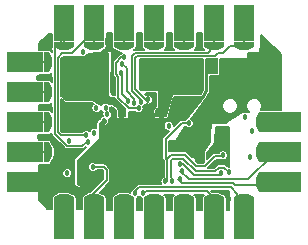
<source format=gbl>
G04 DipTrace 2.4.0.2*
%IN3dBBLEnotune.gbl*%
%MOMM*%
%ADD13C,0.203*%
%ADD14C,0.381*%
%ADD15C,0.457*%
%ADD18C,0.127*%
%ADD28R,1.7X1.6*%
%ADD30R,1.7X2.032*%
%ADD32R,1.6X1.7*%
%ADD33R,2.0X1.7*%
%ADD34R,1.7X2.0*%
%ADD35R,2.032X1.7*%
%ADD46C,0.711*%
%FSLAX53Y53*%
G04*
G71*
G90*
G75*
G01*
%LNBottom*%
%LPD*%
X20119Y20064D2*
D18*
X19260D1*
X18400Y20924D1*
Y22720D1*
X18164Y22956D1*
Y23935D1*
X18623Y24394D1*
X18893D1*
X18914Y24415D1*
X19762Y20529D2*
Y20883D1*
X19089Y21556D1*
Y23486D1*
X18709Y23866D1*
X11270Y13810D2*
D14*
X12433D1*
X15359Y19997D2*
Y19560D1*
X15198Y19399D1*
X14009D1*
X13730Y19677D1*
X14771Y23390D2*
Y23124D1*
X17070Y20826D1*
X17524D1*
X17650Y20700D1*
X17978D1*
X18634Y20043D1*
Y18640D1*
X18769Y18505D1*
X24544Y21691D2*
X22767D1*
X22445Y21369D1*
Y20235D1*
X22030Y19820D1*
Y18717D1*
X21817Y18505D1*
X14771Y23390D2*
X14434D1*
X13692Y22648D1*
X14771Y23390D2*
X17011D1*
X17217Y23185D1*
X15687Y17828D2*
D18*
X13519D1*
X13259Y18088D1*
Y24334D1*
X13664Y24739D1*
X14454D1*
X16225Y26510D1*
X16350D1*
D13*
Y25348D1*
X15792Y17236D2*
D18*
X15711D1*
X15345Y16870D1*
X14027D1*
X12997Y17901D1*
Y25211D1*
X14295Y26510D1*
X13810D1*
Y25348D1*
X11270Y23970D2*
X12433D1*
Y21430D2*
X11270D1*
X12433Y18890D2*
X11270D1*
X12433Y16350D2*
X11270D1*
X16244Y15119D2*
D13*
X17157D1*
X17427Y14849D1*
Y13986D1*
X16276Y12835D1*
Y12651D1*
X16350D1*
Y11270D1*
Y12433D2*
Y11270D1*
X18890Y12433D2*
Y11270D1*
Y10000D1*
X21430Y12433D2*
Y11270D1*
Y10000D1*
X29050Y12433D2*
Y11270D1*
Y10000D1*
X19820Y12890D2*
Y13046D1*
X20166Y13391D1*
X27926D1*
X28485Y12833D1*
Y11835D1*
X29050Y11270D1*
X26510Y12433D2*
Y11270D1*
Y10000D1*
X20487Y12888D2*
X20575D1*
X20744Y13057D1*
X25886D1*
X26510Y12433D1*
X23970D2*
Y11270D1*
Y10000D1*
X23581Y14123D2*
X23454D1*
X23823Y13755D1*
X28070D1*
X28281Y13544D1*
X31324D1*
X31590Y13810D1*
X30425D1*
X23772Y14795D2*
X23649D1*
X24355Y14089D1*
X29411D1*
X31450Y16128D1*
Y16210D1*
X31590Y16350D1*
X30428D1*
X23622Y15361D2*
X23853D1*
X24784Y14429D1*
X27040D1*
X27157Y14546D1*
X27103Y14601D1*
X31590Y18890D2*
X30428D1*
X29050Y26510D2*
D18*
Y25348D1*
X20921Y20831D2*
Y20646D1*
X19835Y21733D1*
Y24371D1*
X19989Y24524D1*
X26589D1*
X26843Y24778D1*
X27296D1*
X27866Y25348D1*
X29050D1*
X26510Y26510D2*
Y25348D1*
X20338Y20634D2*
Y20782D1*
X19562Y21557D1*
Y24546D1*
X19804Y24787D1*
X25950D1*
X26510Y25348D1*
X23970Y26510D2*
D13*
Y25348D1*
X21430Y26510D2*
D18*
Y25348D1*
X18890Y26510D2*
Y25348D1*
X19190Y20736D2*
Y20777D1*
X18665Y21302D1*
Y23058D1*
X18629Y23094D1*
X22375Y13900D2*
D13*
X22524D1*
Y15828D1*
X22424D1*
Y17484D1*
X23759Y18820D1*
X24362D1*
X22524Y15828D2*
X22850Y16154D1*
X24027D1*
X25004Y15177D1*
X25718D1*
X26554Y16014D1*
X27252D1*
Y16109D1*
X22982Y13933D2*
Y14113D1*
X22856Y14239D1*
Y15689D1*
X22986Y15819D1*
X23875D1*
X24934Y14761D1*
X26616D1*
X26921Y15066D1*
X27341D1*
X27728Y14680D1*
X13810Y12433D2*
D14*
Y11270D1*
Y10000D1*
X15024Y13793D2*
Y15610D1*
X16902Y17488D1*
Y18727D1*
X17199Y19024D1*
D15*
X13692Y22648D3*
X17217Y23185D3*
X18629Y23094D3*
X18709Y23866D3*
X18914Y24415D3*
X20174Y26031D3*
X23622Y15361D3*
X23772Y14795D3*
X23581Y14123D3*
X22375Y13900D3*
X22982Y13933D3*
X20487Y12888D3*
X12281Y12524D3*
X26426Y15222D3*
X25205Y25708D3*
X16244Y15119D3*
X14069Y14590D3*
X17199Y19024D3*
X15687Y17828D3*
X15792Y17236D3*
X14206Y17338D3*
X22649Y18597D3*
X24362Y18820D3*
X27252Y16109D3*
X27728Y14680D3*
X29704Y18168D3*
X27103Y14601D3*
X29569Y15986D3*
X29109Y19336D3*
X15024Y13793D3*
X19190Y20736D3*
X19762Y20529D3*
X25352Y16635D3*
X20921Y20831D3*
X20338Y20634D3*
X20119Y20064D3*
X24588Y17800D3*
X27330Y23846D3*
X22709Y25980D3*
X17908Y21790D3*
X27203Y19017D3*
X19820Y12890D3*
X26792Y19558D3*
X30687Y20696D3*
X26526Y22126D3*
X25412Y19889D3*
X31962Y20398D3*
X28454Y21151D3*
X28763Y20178D3*
X31027Y25464D3*
X17250Y13156D3*
X12463Y25513D3*
X15386Y24820D3*
X17665Y26046D3*
X22760Y12595D3*
X24544Y21691D3*
X21402Y23839D3*
X26717Y17154D3*
X27778Y12398D3*
X27612Y22511D3*
X26505Y23797D3*
X24117Y20717D3*
X11636Y22638D3*
X11679Y17664D3*
X17638Y11674D3*
X20144D3*
X25234Y12216D3*
X16353Y18004D3*
X17460Y19558D3*
X17312Y20127D3*
X16543Y20114D3*
X13730Y19677D3*
X14771Y23390D3*
X12454Y26309D2*
D18*
X12752D1*
X17407D2*
X17832D1*
X19947D2*
X20372D1*
X22487D2*
X22912D1*
X25027D2*
X25452D1*
X12321Y26185D2*
X12752D1*
X17407D2*
X17832D1*
X19947D2*
X20372D1*
X22487D2*
X22912D1*
X25027D2*
X25452D1*
X12186Y26062D2*
X12752D1*
X17407D2*
X17832D1*
X19947D2*
X20372D1*
X22487D2*
X22912D1*
X25027D2*
X25452D1*
X12051Y25938D2*
X12752D1*
X17407D2*
X17832D1*
X19947D2*
X20372D1*
X22487D2*
X22912D1*
X25027D2*
X25452D1*
X11916Y25814D2*
X12752D1*
X17407D2*
X17832D1*
X19947D2*
X20372D1*
X22487D2*
X22912D1*
X25027D2*
X25452D1*
X11783Y25691D2*
X12752D1*
X17407D2*
X17832D1*
X19947D2*
X20372D1*
X22487D2*
X22912D1*
X25027D2*
X25452D1*
X11656Y25567D2*
X12752D1*
X17407D2*
X17832D1*
X19947D2*
X20372D1*
X22487D2*
X22912D1*
X25027D2*
X25452D1*
X11656Y25443D2*
X12752D1*
X17407D2*
X17832D1*
X19947D2*
X20372D1*
X22487D2*
X22912D1*
X25027D2*
X25452D1*
X11656Y25320D2*
X12748D1*
X17407D2*
X17832D1*
X19947D2*
X20372D1*
X22487D2*
X22912D1*
X25027D2*
X25452D1*
X11656Y25196D2*
X12724D1*
X17401D2*
X17840D1*
X19941D2*
X20380D1*
X22481D2*
X22920D1*
X25021D2*
X25460D1*
X11656Y25072D2*
X12724D1*
X17294D2*
X17945D1*
X19834D2*
X20485D1*
X22374D2*
X23025D1*
X24914D2*
X25565D1*
X17054Y24949D2*
X18187D1*
X17844Y24825D2*
X18428D1*
X17842Y24701D2*
X18588D1*
X17840Y24578D2*
X18428D1*
X17840Y24454D2*
X18305D1*
X17838Y24330D2*
X18181D1*
X17836Y24207D2*
X18056D1*
X25815D2*
X26720D1*
X17834Y24083D2*
X17939D1*
X25815D2*
X26718D1*
X25815Y23959D2*
X26718D1*
X25815Y23836D2*
X26716D1*
X17830Y23712D2*
X17894D1*
X25815D2*
X26716D1*
X17828Y23588D2*
X17893D1*
X25815D2*
X26714D1*
X17826Y23465D2*
X17893D1*
X25815D2*
X26714D1*
X17824Y23341D2*
X17893D1*
X25815D2*
X26712D1*
X17824Y23217D2*
X17893D1*
X25815D2*
X26712D1*
X17822Y23094D2*
X17892D1*
X25815D2*
X26710D1*
X17820Y22970D2*
X17892D1*
X25815D2*
X25889D1*
X11656Y22846D2*
X12724D1*
X17818D2*
X17918D1*
X25815D2*
X25889D1*
X11656Y22723D2*
X12724D1*
X17816D2*
X18019D1*
X25815D2*
X25889D1*
X11656Y22599D2*
X12724D1*
X17816D2*
X18128D1*
X25815D2*
X25889D1*
X12547Y22475D2*
X12724D1*
X17814D2*
X18128D1*
X25815D2*
X25889D1*
X17812Y22352D2*
X18128D1*
X25815D2*
X25889D1*
X17810Y22228D2*
X18128D1*
X25815D2*
X25889D1*
X17808Y22104D2*
X18128D1*
X25815D2*
X25889D1*
X17806Y21981D2*
X18128D1*
X25815D2*
X25889D1*
X17806Y21857D2*
X18128D1*
X25815D2*
X25889D1*
X17804Y21733D2*
X18128D1*
X25815D2*
X25889D1*
X17802Y21610D2*
X18128D1*
X25791D2*
X25889D1*
X17808Y21486D2*
X18128D1*
X25748D2*
X25851D1*
X17885Y21362D2*
X18128D1*
X20802D2*
X21565D1*
X25704D2*
X25792D1*
X17923Y21239D2*
X18128D1*
X20707D2*
X20791D1*
X21052D2*
X21567D1*
X25662D2*
X25732D1*
X21249Y21115D2*
X21567D1*
X21326Y20991D2*
X21569D1*
X23104D2*
X25587D1*
X21356Y20868D2*
X21569D1*
X23069D2*
X25482D1*
X13532Y20744D2*
X13633D1*
X21348D2*
X21571D1*
X23033D2*
X25375D1*
X13532Y20620D2*
X13754D1*
X21303D2*
X21571D1*
X22999D2*
X25270D1*
X13532Y20497D2*
X16251D1*
X21193D2*
X21573D1*
X22963D2*
X25163D1*
X11656Y20373D2*
X12724D1*
X13532D2*
X16193D1*
X20683D2*
X21573D1*
X22928D2*
X25057D1*
X11656Y20249D2*
X12724D1*
X13532D2*
X16128D1*
X20529D2*
X21575D1*
X22892D2*
X24952D1*
X11656Y20126D2*
X12724D1*
X13532D2*
X16106D1*
X17749D2*
X17812D1*
X20550D2*
X21464D1*
X22856D2*
X24855D1*
X11656Y20002D2*
X12724D1*
X13532D2*
X16122D1*
X17729D2*
X18011D1*
X20550D2*
X21358D1*
X22823D2*
X24760D1*
X13532Y19878D2*
X16177D1*
X17750D2*
X18152D1*
X20513D2*
X21360D1*
X22787D2*
X24666D1*
X13532Y19755D2*
X16306D1*
X16780D2*
X17072D1*
X17848D2*
X18152D1*
X19274D2*
X19817D1*
X20421D2*
X21362D1*
X22751D2*
X24571D1*
X13532Y19631D2*
X17031D1*
X17889D2*
X18152D1*
X19274D2*
X21364D1*
X22715D2*
X24476D1*
X13532Y19507D2*
X17027D1*
X17893D2*
X18152D1*
X19274D2*
X21366D1*
X22682D2*
X24383D1*
X13532Y19384D2*
X16963D1*
X17860D2*
X18152D1*
X19274D2*
X21366D1*
X22646D2*
X24287D1*
X13532Y19260D2*
X16834D1*
X17774D2*
X18152D1*
X19274D2*
X21368D1*
X22610D2*
X24192D1*
X13532Y19136D2*
X16753D1*
X17620D2*
X24067D1*
X13532Y19013D2*
X16630D1*
X17635D2*
X22553D1*
X22745D2*
X23519D1*
X13532Y18889D2*
X16538D1*
X17614D2*
X22329D1*
X22969D2*
X23396D1*
X13532Y18765D2*
X16505D1*
X17548D2*
X22247D1*
X23051D2*
X23271D1*
X13532Y18642D2*
X16503D1*
X17395D2*
X22214D1*
X23083D2*
X23148D1*
X13532Y18518D2*
X16503D1*
X17300D2*
X22220D1*
X13532Y18394D2*
X16173D1*
X17300D2*
X22263D1*
X26642D2*
X27746D1*
X13532Y18271D2*
X16011D1*
X17300D2*
X22367D1*
X26639D2*
X27746D1*
X13579Y18147D2*
X15395D1*
X17300D2*
X22654D1*
X26635D2*
X27746D1*
X17300Y18023D2*
X22531D1*
X26631D2*
X27746D1*
X17300Y17900D2*
X22406D1*
X26627D2*
X27746D1*
X11656Y17776D2*
X12756D1*
X17300D2*
X22283D1*
X26623D2*
X27746D1*
X11656Y17652D2*
X12865D1*
X17300D2*
X22166D1*
X26619D2*
X27746D1*
X11656Y17529D2*
X12990D1*
X17300D2*
X22117D1*
X26615D2*
X27746D1*
X11656Y17405D2*
X13113D1*
X17292D2*
X22115D1*
X26611D2*
X27746D1*
X12720Y17281D2*
X13236D1*
X17241D2*
X22115D1*
X26607D2*
X27746D1*
X12784Y17158D2*
X13361D1*
X17129D2*
X22115D1*
X26591D2*
X27746D1*
X12847Y17034D2*
X13484D1*
X17006D2*
X22115D1*
X26500D2*
X27746D1*
X12911Y16910D2*
X13608D1*
X16881D2*
X22115D1*
X26408D2*
X27744D1*
X12974Y16787D2*
X13733D1*
X16758D2*
X22115D1*
X26315D2*
X27744D1*
X13008Y16663D2*
X13860D1*
X16635D2*
X22115D1*
X26224D2*
X27744D1*
X13008Y16539D2*
X15395D1*
X16510D2*
X22115D1*
X26132D2*
X27744D1*
X13008Y16416D2*
X15270D1*
X16387D2*
X22115D1*
X26039D2*
X26946D1*
X27557D2*
X27744D1*
X13008Y16292D2*
X15147D1*
X16264D2*
X22115D1*
X25948D2*
X26436D1*
X27647D2*
X27744D1*
X13008Y16168D2*
X15024D1*
X16139D2*
X22115D1*
X25922D2*
X26276D1*
X13008Y16045D2*
X14899D1*
X16016D2*
X22115D1*
X25920D2*
X26153D1*
X12978Y15921D2*
X14776D1*
X15893D2*
X22115D1*
X25918D2*
X26028D1*
X27645D2*
X27744D1*
X12915Y15797D2*
X14673D1*
X15768D2*
X22117D1*
X27551D2*
X27744D1*
X12851Y15674D2*
X14631D1*
X15645D2*
X22158D1*
X26646D2*
X27744D1*
X12788Y15550D2*
X14625D1*
X15522D2*
X22216D1*
X26523D2*
X27744D1*
X12724Y15426D2*
X14625D1*
X15423D2*
X15939D1*
X16548D2*
X22216D1*
X26398D2*
X27744D1*
X11656Y15303D2*
X14625D1*
X15423D2*
X15850D1*
X17405D2*
X22216D1*
X26275D2*
X26730D1*
X27533D2*
X27744D1*
X11656Y15179D2*
X14625D1*
X15423D2*
X15812D1*
X17530D2*
X22216D1*
X26152D2*
X26601D1*
X27660D2*
X27746D1*
X11656Y15055D2*
X14625D1*
X15423D2*
X15812D1*
X17653D2*
X22216D1*
X11656Y14932D2*
X13804D1*
X14333D2*
X14625D1*
X15423D2*
X15850D1*
X17725D2*
X22216D1*
X11656Y14808D2*
X13693D1*
X14445D2*
X14625D1*
X15423D2*
X15943D1*
X16544D2*
X17035D1*
X17737D2*
X22216D1*
X11656Y14684D2*
X13643D1*
X14494D2*
X14625D1*
X15423D2*
X17118D1*
X17737D2*
X22216D1*
X11656Y14561D2*
X13633D1*
X14504D2*
X14625D1*
X15423D2*
X17118D1*
X17737D2*
X22216D1*
X11656Y14437D2*
X13661D1*
X14476D2*
X14625D1*
X15423D2*
X17118D1*
X17737D2*
X22216D1*
X11656Y14313D2*
X13735D1*
X14403D2*
X14625D1*
X15423D2*
X17118D1*
X17737D2*
X22216D1*
X11656Y14190D2*
X13917D1*
X14220D2*
X14625D1*
X15423D2*
X17118D1*
X17737D2*
X22053D1*
X11656Y14066D2*
X14625D1*
X15423D2*
X17074D1*
X17737D2*
X21972D1*
X11656Y13942D2*
X14616D1*
X15433D2*
X16951D1*
X17733D2*
X21940D1*
X11656Y13819D2*
X14588D1*
X15461D2*
X16826D1*
X17685D2*
X21946D1*
X11656Y13695D2*
X14600D1*
X15449D2*
X16703D1*
X17568D2*
X21991D1*
X11656Y13571D2*
X14649D1*
X15399D2*
X16580D1*
X17445D2*
X19914D1*
X11656Y13448D2*
X14764D1*
X15282D2*
X16455D1*
X17322D2*
X19789D1*
X11656Y13324D2*
X16332D1*
X17197D2*
X19666D1*
X11656Y13200D2*
X16209D1*
X17074D2*
X19519D1*
X11656Y13077D2*
X16084D1*
X16951D2*
X19428D1*
X26299D2*
X27742D1*
X11656Y12953D2*
X13342D1*
X14278D2*
X15882D1*
X16826D2*
X18422D1*
X26978D2*
X27742D1*
X11656Y12829D2*
X13101D1*
X14518D2*
X15641D1*
X17058D2*
X18181D1*
X27218D2*
X27742D1*
X11656Y12706D2*
X12861D1*
X14758D2*
X15401D1*
X17298D2*
X17941D1*
X22378D2*
X23021D1*
X24918D2*
X25561D1*
X27458D2*
X27742D1*
X11656Y12582D2*
X12758D1*
X14861D2*
X15298D1*
X17401D2*
X17838D1*
X22481D2*
X22918D1*
X25021D2*
X25458D1*
X27561D2*
X27742D1*
X11656Y12458D2*
X12752D1*
X14867D2*
X15292D1*
X17407D2*
X17832D1*
X19947D2*
X20372D1*
X22487D2*
X22912D1*
X25027D2*
X25452D1*
X27567D2*
X27742D1*
X11666Y12335D2*
X12752D1*
X14867D2*
X15292D1*
X17407D2*
X17832D1*
X19947D2*
X20372D1*
X22487D2*
X22912D1*
X25027D2*
X25452D1*
X27567D2*
X27742D1*
X11787Y12211D2*
X12752D1*
X14867D2*
X15292D1*
X17407D2*
X17832D1*
X19947D2*
X20372D1*
X22487D2*
X22912D1*
X25027D2*
X25452D1*
X27567D2*
X27742D1*
X11908Y12087D2*
X12752D1*
X14867D2*
X15292D1*
X17407D2*
X17832D1*
X19947D2*
X20372D1*
X22487D2*
X22912D1*
X25027D2*
X25452D1*
X27567D2*
X27742D1*
X12028Y11964D2*
X12752D1*
X14867D2*
X15292D1*
X17407D2*
X17832D1*
X19947D2*
X20372D1*
X22487D2*
X22912D1*
X25027D2*
X25452D1*
X27567D2*
X27742D1*
X12149Y11840D2*
X12752D1*
X14867D2*
X15292D1*
X17407D2*
X17832D1*
X19947D2*
X20372D1*
X22487D2*
X22912D1*
X25027D2*
X25452D1*
X27567D2*
X27742D1*
X12268Y11716D2*
X12752D1*
X14867D2*
X15292D1*
X17407D2*
X17832D1*
X19947D2*
X20372D1*
X22487D2*
X22912D1*
X25027D2*
X25452D1*
X27567D2*
X27742D1*
X12389Y11593D2*
X12752D1*
X14867D2*
X15292D1*
X17407D2*
X17832D1*
X19947D2*
X20372D1*
X22487D2*
X22912D1*
X25027D2*
X25452D1*
X27567D2*
X27742D1*
X25027Y11469D2*
X25452D1*
X27567D2*
X27742D1*
X25464Y25768D2*
Y26433D1*
X25016Y26432D1*
Y25514D1*
Y25250D1*
X25005Y25188D1*
X24976Y25132D1*
X24928Y25087D1*
X24851Y25046D1*
X25628D1*
X25571Y25076D1*
X25520Y25114D1*
X25484Y25166D1*
X25466Y25228D1*
X25464Y25314D1*
Y25768D1*
X22924D2*
Y26429D1*
X22476Y26430D1*
Y25514D1*
Y25250D1*
X22465Y25188D1*
X22436Y25132D1*
X22388Y25087D1*
X22311Y25046D1*
X23088D1*
X23031Y25076D1*
X22980Y25114D1*
X22944Y25166D1*
X22926Y25228D1*
X22924Y25314D1*
Y25768D1*
X20384D2*
Y26429D1*
X19936Y26428D1*
Y25514D1*
Y25250D1*
X19925Y25188D1*
X19896Y25132D1*
X19848Y25087D1*
X19764Y25043D1*
X19804Y25046D1*
X20548D1*
X20491Y25076D1*
X20440Y25114D1*
X20404Y25166D1*
X20386Y25228D1*
X20384Y25314D1*
Y25768D1*
X17844D2*
Y26425D1*
X17396Y26426D1*
X17394Y25514D1*
X17395Y25503D1*
X17396Y25250D1*
X17385Y25188D1*
X17356Y25132D1*
X17308Y25087D1*
X17233Y25047D1*
X17009Y24932D1*
X17769Y24926D1*
X17822Y24894D1*
X17832Y24862D1*
X17788Y21498D1*
X17900Y21318D1*
X17909Y21289D1*
X17913Y21211D1*
X18142Y21193D1*
X18141Y22613D1*
X17981Y22772D1*
X17942Y22822D1*
X17916Y22880D1*
X17905Y22956D1*
Y23935D1*
X17913Y23997D1*
X17935Y24057D1*
X17981Y24118D1*
X18440Y24577D1*
X18490Y24616D1*
X18550Y24642D1*
X18604Y24704D1*
X18650Y24747D1*
X18708Y24785D1*
X18565Y24784D1*
X18501Y24796D1*
X18419Y24835D1*
X17951Y25076D1*
X17900Y25114D1*
X17864Y25166D1*
X17846Y25228D1*
X17844Y25314D1*
Y25768D1*
X11642Y17396D2*
X12266Y17394D1*
X12319Y17396D1*
X12530D1*
X12592Y17385D1*
X12648Y17356D1*
X12693Y17308D1*
X12733Y17233D1*
X12974Y16764D1*
X12993Y16702D1*
X12996Y16612D1*
Y16025D1*
X12984Y15961D1*
X12945Y15879D1*
X12704Y15411D1*
X12666Y15360D1*
X12614Y15324D1*
X12552Y15306D1*
X12467Y15304D1*
X11644D1*
Y12344D1*
X12201Y11772D1*
X12430Y11538D1*
X12766Y11536D1*
X12764Y12179D1*
X12766Y12266D1*
X12764Y12319D1*
Y12530D1*
X12775Y12592D1*
X12804Y12648D1*
X12852Y12693D1*
X12927Y12733D1*
X13396Y12974D1*
X13458Y12993D1*
X13549Y12996D1*
X14135D1*
X14199Y12984D1*
X14281Y12945D1*
X14749Y12704D1*
X14800Y12666D1*
X14836Y12614D1*
X14854Y12552D1*
X14856Y12467D1*
Y11521D1*
X15069Y11522D1*
X15306Y11521D1*
X15304Y12266D1*
Y12530D1*
X15315Y12592D1*
X15344Y12648D1*
X15392Y12693D1*
X15467Y12733D1*
X15936Y12974D1*
X15998Y12993D1*
X16027Y12996D1*
X16066Y13045D1*
X17129Y14113D1*
X17127Y14729D1*
X17030Y14822D1*
X16548D1*
X16508Y14787D1*
X16455Y14751D1*
X16398Y14724D1*
X16338Y14705D1*
X16275Y14696D1*
X16211D1*
X16149Y14705D1*
X16088Y14724D1*
X16031Y14752D1*
X15979Y14788D1*
X15932Y14831D1*
X15893Y14880D1*
X15861Y14935D1*
X15838Y14995D1*
X15824Y15056D1*
X15819Y15120D1*
X15824Y15183D1*
X15839Y15245D1*
X15862Y15304D1*
X15894Y15359D1*
X15933Y15408D1*
X15980Y15451D1*
X16032Y15487D1*
X16090Y15514D1*
X16150Y15533D1*
X16213Y15542D1*
X16277D1*
X16339Y15532D1*
X16400Y15513D1*
X16457Y15485D1*
X16509Y15449D1*
X16545Y15416D1*
X17157D1*
X17220Y15409D1*
X17280Y15389D1*
X17333Y15358D1*
X17412Y15284D1*
X17637Y15059D1*
X17677Y15010D1*
X17705Y14953D1*
X17720Y14894D1*
X17724Y14786D1*
Y13986D1*
X17717Y13923D1*
X17697Y13863D1*
X17666Y13809D1*
X17592Y13731D1*
X16810Y12949D1*
X17289Y12704D1*
X17340Y12666D1*
X17376Y12614D1*
X17394Y12552D1*
X17396Y12467D1*
Y11510D1*
X17845Y11506D1*
X17844Y12266D1*
Y12530D1*
X17855Y12592D1*
X17884Y12648D1*
X17932Y12693D1*
X18007Y12733D1*
X18476Y12974D1*
X18538Y12993D1*
X18629Y12996D1*
X19215D1*
X19279Y12984D1*
X19361Y12945D1*
X19398Y12926D1*
X19415Y13016D1*
X19439Y13075D1*
X19471Y13130D1*
X19510Y13179D1*
X19557Y13222D1*
X19615Y13260D1*
X19955Y13602D1*
X20005Y13641D1*
X20061Y13670D1*
X20121Y13685D1*
X20229Y13689D1*
X22009D1*
X21992Y13717D1*
X21969Y13776D1*
X21955Y13838D1*
X21951Y13901D1*
X21956Y13964D1*
X21970Y14026D1*
X21993Y14085D1*
X22025Y14140D1*
X22065Y14189D1*
X22111Y14232D1*
X22164Y14268D1*
X22227Y14297D1*
Y15605D1*
X22175Y15666D1*
X22146Y15722D1*
X22130Y15784D1*
X22127Y15892D1*
Y17484D1*
X22133Y17547D1*
X22153Y17607D1*
X22184Y17660D1*
X22258Y17739D1*
X22695Y18176D1*
X22616Y18174D1*
X22554Y18184D1*
X22493Y18202D1*
X22436Y18230D1*
X22384Y18266D1*
X22337Y18309D1*
X22298Y18359D1*
X22266Y18414D1*
X22243Y18473D1*
X22229Y18535D1*
X22224Y18598D1*
X22229Y18661D1*
X22244Y18723D1*
X22267Y18782D1*
X22299Y18837D1*
X22338Y18886D1*
X22385Y18929D1*
X22437Y18965D1*
X22495Y18992D1*
X22555Y19011D1*
X22618Y19020D1*
X22682D1*
X22744Y19010D1*
X22805Y18991D1*
X22862Y18964D1*
X22914Y18928D1*
X22961Y18884D1*
X23000Y18835D1*
X23031Y18780D1*
X23054Y18720D1*
X23068Y18659D1*
X23073Y18597D1*
X23069Y18548D1*
X23549Y19030D1*
X23599Y19070D1*
X23655Y19098D1*
X23715Y19114D1*
X23823Y19117D1*
X24059D1*
X24099Y19152D1*
X24160Y19192D1*
X24205Y19259D1*
X24945Y20227D1*
X25663Y21065D1*
X25903Y21570D1*
X25902Y23023D1*
X25934Y23076D1*
X25966Y23086D1*
X26723Y23081D1*
X26733Y24309D1*
X26664Y24277D1*
X26589Y24265D1*
X25801D1*
Y21688D1*
X25798Y21668D1*
X25605Y21110D1*
X25559Y21069D1*
X25348Y21022D1*
X23104Y21040D1*
X22962Y20537D1*
X22581Y19201D1*
X22537Y19158D1*
X22520Y19155D1*
X21446D1*
X21392Y19186D1*
X21382Y19218D1*
X21373Y19991D1*
X21390Y20034D1*
X21586Y20240D1*
X21577Y21373D1*
X20814D1*
X20641Y21294D1*
X20727Y21207D1*
X20768Y21227D1*
X20828Y21245D1*
X20891Y21254D1*
X20954D1*
X21017Y21245D1*
X21078Y21226D1*
X21135Y21198D1*
X21187Y21162D1*
X21233Y21119D1*
X21273Y21069D1*
X21304Y21014D1*
X21327Y20955D1*
X21341Y20893D1*
X21346Y20831D1*
X21341Y20768D1*
X21327Y20706D1*
X21303Y20647D1*
X21272Y20592D1*
X21232Y20543D1*
X21186Y20499D1*
X21133Y20464D1*
X21009Y20403D1*
X20947Y20389D1*
X20884Y20390D1*
X20835Y20402D1*
X20725Y20456D1*
X20688Y20395D1*
X20649Y20346D1*
X20602Y20303D1*
X20550Y20267D1*
X20502Y20244D1*
X20525Y20188D1*
X20539Y20126D1*
X20544Y20064D1*
X20539Y20001D1*
X20525Y19939D1*
X20501Y19880D1*
X20470Y19825D1*
X20430Y19776D1*
X20384Y19732D1*
X20331Y19697D1*
X20274Y19669D1*
X20213Y19651D1*
X20151Y19641D1*
X20087D1*
X20024Y19651D1*
X19964Y19670D1*
X19907Y19697D1*
X19854Y19733D1*
X19808Y19776D1*
X19785Y19806D1*
X19261Y19805D1*
X19262Y19222D1*
X19231Y19168D1*
X19199Y19158D1*
X18229Y19149D1*
X18175Y19179D1*
X18165Y19212D1*
Y19889D1*
X17934Y20074D1*
X17735Y20167D1*
X17731Y20064D1*
X17717Y20002D1*
X17681Y19921D1*
X17726Y19889D1*
X17772Y19846D1*
X17811Y19796D1*
X17843Y19741D1*
X17866Y19682D1*
X17880Y19620D1*
X17884Y19558D1*
X17879Y19495D1*
X17865Y19433D1*
X17842Y19374D1*
X17810Y19319D1*
X17771Y19270D1*
X17724Y19227D1*
X17672Y19191D1*
X17601Y19159D1*
X17619Y19085D1*
X17623Y19024D1*
X17618Y18960D1*
X17604Y18899D1*
X17581Y18840D1*
X17549Y18785D1*
X17510Y18735D1*
X17463Y18692D1*
X17411Y18656D1*
X17348Y18627D1*
X17288Y18567D1*
Y17488D1*
X17283Y17425D1*
X17267Y17363D1*
X17242Y17305D1*
X17207Y17252D1*
X17175Y17215D1*
X15411Y15451D1*
X15410Y13969D1*
X15430Y13916D1*
X15444Y13854D1*
X15448Y13793D1*
X15444Y13729D1*
X15429Y13668D1*
X15406Y13608D1*
X15374Y13554D1*
X15335Y13504D1*
X15288Y13461D1*
X15236Y13425D1*
X15179Y13398D1*
X15118Y13379D1*
X15055Y13370D1*
X14992D1*
X14929Y13379D1*
X14869Y13398D1*
X14812Y13426D1*
X14759Y13461D1*
X14713Y13505D1*
X14673Y13554D1*
X14642Y13609D1*
X14619Y13668D1*
X14605Y13730D1*
X14600Y13794D1*
X14605Y13857D1*
X14619Y13919D1*
X14639Y13968D1*
X14638Y15610D1*
X14643Y15674D1*
X14659Y15735D1*
X14684Y15793D1*
X14719Y15847D1*
X14751Y15883D1*
X15693Y16825D1*
X15669Y16828D1*
X15528Y16687D1*
X15478Y16648D1*
X15421Y16622D1*
X15345Y16611D1*
X14027D1*
X13964Y16619D1*
X13905Y16642D1*
X13844Y16687D1*
X12813Y17717D1*
X12774Y17767D1*
X12749Y17825D1*
X12737Y17901D1*
Y18018D1*
X12704Y17951D1*
X12666Y17900D1*
X12614Y17864D1*
X12552Y17846D1*
X12467Y17844D1*
X11644D1*
Y17396D1*
X12764Y25768D2*
Y26394D1*
X12535D1*
X11642Y25573D1*
X11643Y25016D1*
X12266D1*
X12530D1*
X12592Y25005D1*
X12648Y24976D1*
X12693Y24928D1*
X12738Y24844D1*
X12737Y25211D1*
X12752Y25297D1*
X12764Y25377D1*
Y25768D1*
X12012Y22924D2*
X11644D1*
X11643Y22476D1*
X12266D1*
X12530D1*
X12592Y22465D1*
X12648Y22436D1*
X12693Y22388D1*
X12738Y22304D1*
X12737Y23098D1*
X12704Y23031D1*
X12666Y22980D1*
X12614Y22944D1*
X12552Y22926D1*
X12467Y22924D1*
X12012D1*
Y20384D2*
X11644D1*
X11643Y19936D1*
X12266D1*
X12530D1*
X12592Y19925D1*
X12648Y19896D1*
X12693Y19848D1*
X12738Y19764D1*
X12737Y20558D1*
X12704Y20491D1*
X12666Y20440D1*
X12614Y20404D1*
X12552Y20386D1*
X12467Y20384D1*
X12012D1*
X19936Y12012D2*
Y11494D1*
X20385Y11490D1*
X20384Y12266D1*
Y12476D1*
X20331Y12493D1*
X20274Y12521D1*
X20222Y12556D1*
X20175Y12600D1*
X20154Y12626D1*
X20085Y12558D1*
X20032Y12522D1*
X19975Y12495D1*
X19935Y12482D1*
X19936Y12012D1*
X22476D2*
Y11478D1*
X22925Y11475D1*
X22924Y12266D1*
Y12530D1*
X22935Y12592D1*
X22964Y12648D1*
X23012Y12693D1*
X23087Y12733D1*
X23138Y12759D1*
X22260Y12760D1*
X22369Y12704D1*
X22420Y12666D1*
X22456Y12614D1*
X22474Y12552D1*
X22476Y12467D1*
Y12012D1*
X27556D2*
Y11446D1*
X27755D1*
Y12461D1*
Y13094D1*
X26269D1*
X26367Y12996D1*
X26835D1*
X26899Y12984D1*
X26981Y12945D1*
X27449Y12704D1*
X27500Y12666D1*
X27536Y12614D1*
X27554Y12552D1*
X27556Y12467D1*
Y12012D1*
X25464Y11459D2*
X25466Y12266D1*
X25464Y12319D1*
Y12530D1*
X25475Y12592D1*
X25504Y12648D1*
X25552Y12693D1*
X25627Y12733D1*
X25678Y12759D1*
X24800Y12760D1*
X24909Y12704D1*
X24960Y12666D1*
X24996Y12614D1*
X25014Y12552D1*
X25016Y12467D1*
Y11462D1*
X25465Y11459D1*
X14488Y14527D2*
X14474Y14465D1*
X14451Y14406D1*
X14419Y14351D1*
X14379Y14301D1*
X14333Y14258D1*
X14280Y14223D1*
X14223Y14195D1*
X14163Y14176D1*
X14100Y14167D1*
X14036D1*
X13974Y14177D1*
X13913Y14195D1*
X13856Y14223D1*
X13804Y14259D1*
X13757Y14302D1*
X13718Y14352D1*
X13686Y14407D1*
X13663Y14466D1*
X13649Y14528D1*
X13644Y14591D1*
X13649Y14654D1*
X13664Y14716D1*
X13687Y14775D1*
X13719Y14830D1*
X13758Y14879D1*
X13805Y14922D1*
X13857Y14958D1*
X13915Y14985D1*
X13975Y15004D1*
X14038Y15013D1*
X14102D1*
X14164Y15003D1*
X14225Y14984D1*
X14282Y14957D1*
X14334Y14921D1*
X14381Y14877D1*
X14420Y14828D1*
X14451Y14773D1*
X14474Y14714D1*
X14488Y14652D1*
X14493Y14590D1*
X14488Y14527D1*
X16803Y19174D2*
X16817Y19209D1*
X16849Y19264D1*
X16889Y19313D1*
X16935Y19356D1*
X16988Y19392D1*
X17058Y19423D1*
X17040Y19496D1*
X17036Y19559D1*
X17041Y19622D1*
X17055Y19684D1*
X17091Y19766D1*
X17047Y19796D1*
X17000Y19839D1*
X16961Y19889D1*
X16930Y19942D1*
X16893Y19875D1*
X16853Y19826D1*
X16807Y19783D1*
X16755Y19747D1*
X16697Y19719D1*
X16637Y19701D1*
X16574Y19691D1*
X16511D1*
X16448Y19701D1*
X16387Y19720D1*
X16330Y19747D1*
X16278Y19783D1*
X16231Y19826D1*
X16192Y19876D1*
X16160Y19931D1*
X16137Y19990D1*
X16123Y20052D1*
X16119Y20115D1*
X16123Y20179D1*
X16138Y20240D1*
X16161Y20299D1*
X16193Y20354D1*
X16232Y20404D1*
X16279Y20447D1*
X16307Y20466D1*
X16164Y20563D1*
X13854Y20558D1*
X13810Y20576D1*
X13518Y20876D1*
Y18197D1*
X13626Y18087D1*
X15351D1*
X15423Y18160D1*
X15476Y18196D1*
X15533Y18223D1*
X15594Y18242D1*
X15656Y18251D1*
X15720D1*
X15783Y18241D1*
X15843Y18222D1*
X15900Y18195D1*
X15957Y18155D1*
X16003Y18244D1*
X16043Y18294D1*
X16090Y18337D1*
X16142Y18372D1*
X16199Y18400D1*
X16260Y18418D1*
X16323Y18428D1*
X16386Y18427D1*
X16449Y18418D1*
X16515Y18396D1*
X16516Y18727D1*
X16521Y18790D1*
X16536Y18851D1*
X16562Y18909D1*
X16596Y18963D1*
X16629Y19000D1*
X16801Y19172D1*
X27671Y16046D2*
X27657Y15984D1*
X27634Y15925D1*
X27602Y15870D1*
X27563Y15820D1*
X27516Y15777D1*
X27464Y15742D1*
X27407Y15714D1*
X27346Y15696D1*
X27283Y15686D1*
X27220D1*
X27157Y15696D1*
X27091Y15717D1*
X26679D1*
X26019Y15059D1*
X26492Y15058D1*
X26711Y15276D1*
X26761Y15316D1*
X26817Y15344D1*
X26877Y15360D1*
X26985Y15363D1*
X27341D1*
X27404Y15357D1*
X27465Y15337D1*
X27518Y15305D1*
X27596Y15231D1*
X27724Y15104D1*
X27757Y15128D1*
X27759Y18496D1*
X26633Y18494D1*
X26590Y17191D1*
X26579Y17157D1*
X25910Y16258D1*
X25905Y15784D1*
X26344Y16224D1*
X26393Y16264D1*
X26450Y16292D1*
X26510Y16308D1*
X26618Y16311D1*
X26878D1*
X26942Y16398D1*
X26988Y16442D1*
X27041Y16477D1*
X27098Y16504D1*
X27159Y16523D1*
X27222Y16532D1*
X27285D1*
X27348Y16522D1*
X27408Y16503D1*
X27465Y16476D1*
X27518Y16440D1*
X27564Y16397D1*
X27603Y16347D1*
X27635Y16292D1*
X27658Y16233D1*
X27672Y16171D1*
X27676Y16109D1*
X27671Y16046D1*
X15767Y24612D2*
X17480D1*
X15646Y24488D2*
X17482D1*
X13667Y24365D2*
X17482D1*
X13544Y24241D2*
X17482D1*
X13530Y24117D2*
X17482D1*
X13530Y23994D2*
X17484D1*
X13530Y23870D2*
X17484D1*
X13530Y23746D2*
X17484D1*
X13530Y23623D2*
X17484D1*
X13530Y23499D2*
X17486D1*
X13530Y23375D2*
X17486D1*
X13530Y23252D2*
X17486D1*
X13530Y23128D2*
X17488D1*
X13530Y23004D2*
X17488D1*
X13530Y22881D2*
X17488D1*
X13530Y22757D2*
X17488D1*
X13530Y22633D2*
X17490D1*
X13530Y22510D2*
X17490D1*
X13530Y22386D2*
X17490D1*
X13530Y22262D2*
X17490D1*
X13530Y22139D2*
X17492D1*
X13530Y22015D2*
X17492D1*
X13530Y21891D2*
X17492D1*
X13530Y21768D2*
X17492D1*
X13530Y21644D2*
X17494D1*
X13530Y21520D2*
X17494D1*
X13530Y21397D2*
X17494D1*
X13530Y21273D2*
X17496D1*
X13554Y21149D2*
X17512D1*
X13691Y21026D2*
X17635D1*
X13830Y20902D2*
X18129D1*
X16279Y20778D2*
X18174D1*
X16457Y20655D2*
X18291D1*
X16636Y20531D2*
X17170D1*
X17454D2*
X18414D1*
X16862Y20407D2*
X16982D1*
X17987D2*
X18537D1*
X18124Y20284D2*
X18662D1*
X18253Y20160D2*
X18786D1*
X18382Y20036D2*
X18909D1*
X18452Y19913D2*
X18952D1*
X18452Y19789D2*
X18952D1*
X18452Y19665D2*
X18952D1*
X18452Y19542D2*
X18952D1*
X18452Y19418D2*
X18952D1*
X16933Y20317D2*
X16962Y20367D1*
X17002Y20417D1*
X17048Y20460D1*
X17101Y20495D1*
X17158Y20523D1*
X17219Y20541D1*
X17281Y20550D1*
X17345D1*
X17408Y20540D1*
X17468Y20522D1*
X17525Y20494D1*
X17577Y20458D1*
X17627Y20410D1*
X17956D1*
X17998Y20393D1*
X18421Y19986D1*
X18440Y19942D1*
Y19389D1*
X18965D1*
Y19994D1*
X18217Y20741D1*
X18178Y20791D1*
X18152Y20849D1*
X18141Y20930D1*
X17768Y20931D1*
X17725Y20948D1*
X17526Y21148D1*
X17508Y21191D1*
X17493Y24733D1*
X16795Y24727D1*
X15856Y24716D1*
X15608Y24464D1*
X15565Y24446D1*
X13726Y24433D1*
X13517Y24226D1*
X13518Y22810D1*
Y21169D1*
X13928Y20802D1*
X14347Y20801D1*
X16237Y20786D1*
X16271Y20776D1*
X16625Y20530D1*
X16699Y20509D1*
X16756Y20481D1*
X16808Y20445D1*
X16855Y20402D1*
X16903Y20337D1*
X20257Y24263D2*
X25573D1*
X20257Y24140D2*
X25573D1*
X20257Y24016D2*
X25571D1*
X20257Y23892D2*
X25571D1*
X20257Y23769D2*
X25569D1*
X20257Y23645D2*
X25569D1*
X20257Y23521D2*
X25569D1*
X20257Y23398D2*
X25567D1*
X20257Y23274D2*
X25567D1*
X20257Y23150D2*
X25565D1*
X20257Y23027D2*
X25565D1*
X20257Y22903D2*
X25565D1*
X20257Y22779D2*
X25563D1*
X20257Y22656D2*
X25563D1*
X20257Y22532D2*
X25563D1*
X20257Y22408D2*
X25561D1*
X20257Y22285D2*
X25561D1*
X20257Y22161D2*
X25559D1*
X20257Y22037D2*
X25559D1*
X20257Y21914D2*
X25559D1*
X20257Y21790D2*
X25557D1*
X20280Y21666D2*
X25557D1*
X21836Y21543D2*
X25515D1*
X21836Y21419D2*
X25471D1*
X21836Y21295D2*
X25428D1*
X21836Y21172D2*
X22890D1*
X21836Y21048D2*
X22858D1*
X21836Y20924D2*
X22824D1*
X21836Y20801D2*
X22791D1*
X21836Y20677D2*
X22757D1*
X21836Y20553D2*
X22723D1*
X21836Y20430D2*
X22689D1*
X21836Y20306D2*
X22658D1*
X21836Y20182D2*
X22624D1*
X21758Y20059D2*
X22590D1*
X21645Y19935D2*
X22556D1*
X21610Y19811D2*
X22523D1*
X21610Y19688D2*
X22489D1*
X21610Y19564D2*
X22457D1*
X21610Y19440D2*
X22423D1*
X20244Y21690D2*
X20331Y21603D1*
X21760D1*
X21814Y21572D1*
X21824Y21540D1*
X21823Y20166D1*
X21807Y20124D1*
X21598Y19898D1*
Y19404D1*
X22425D1*
X22921Y21237D1*
X22965Y21280D1*
X22982Y21283D1*
X25437D1*
X25570Y21664D1*
X25585Y24266D1*
X21573Y24265D1*
X20245D1*
X20244Y21689D1*
X30480Y26107D2*
X30639D1*
X30474Y25983D2*
X30768D1*
X30470Y25859D2*
X30899D1*
X30464Y25736D2*
X31028D1*
X30458Y25612D2*
X31159D1*
X30452Y25488D2*
X31288D1*
X30446Y25365D2*
X31417D1*
X30442Y25241D2*
X31548D1*
X30437Y25117D2*
X31677D1*
X30431Y24994D2*
X31806D1*
X30425Y24870D2*
X31937D1*
X29375Y24746D2*
X32066D1*
X29367Y24623D2*
X32122D1*
X29359Y24499D2*
X32122D1*
X29351Y24375D2*
X32122D1*
X27037Y24252D2*
X32122D1*
X27037Y24128D2*
X32122D1*
X27037Y24004D2*
X32122D1*
X27035Y23881D2*
X32124D1*
X27035Y23757D2*
X32124D1*
X27033Y23633D2*
X32124D1*
X27033Y23510D2*
X32124D1*
X27033Y23386D2*
X32124D1*
X27031Y23262D2*
X32126D1*
X27031Y23139D2*
X32126D1*
X27031Y23015D2*
X32126D1*
X27029Y22891D2*
X32126D1*
X26174Y22768D2*
X32126D1*
X26172Y22644D2*
X32126D1*
X26168Y22520D2*
X32128D1*
X26166Y22397D2*
X32128D1*
X26162Y22273D2*
X32128D1*
X26160Y22149D2*
X32128D1*
X26156Y22026D2*
X32128D1*
X26154Y21902D2*
X32128D1*
X26150Y21778D2*
X32130D1*
X26148Y21655D2*
X32130D1*
X26144Y21531D2*
X32130D1*
X26099Y21407D2*
X32130D1*
X26043Y21284D2*
X32130D1*
X25986Y21160D2*
X32130D1*
X25928Y21036D2*
X32132D1*
X25870Y20913D2*
X27607D1*
X28095D2*
X29639D1*
X30127D2*
X32132D1*
X25801Y20789D2*
X27399D1*
X28303D2*
X29431D1*
X30335D2*
X32132D1*
X25700Y20665D2*
X27288D1*
X28414D2*
X29320D1*
X30446D2*
X32132D1*
X25601Y20542D2*
X27220D1*
X28482D2*
X29252D1*
X30514D2*
X32132D1*
X25499Y20418D2*
X27183D1*
X28520D2*
X29215D1*
X30552D2*
X32134D1*
X25400Y20294D2*
X27169D1*
X28534D2*
X29201D1*
X30566D2*
X32134D1*
X25299Y20171D2*
X27177D1*
X28524D2*
X29209D1*
X30556D2*
X32134D1*
X25200Y20047D2*
X27210D1*
X28490D2*
X29242D1*
X30522D2*
X32134D1*
X25099Y19923D2*
X27274D1*
X28428D2*
X29306D1*
X24999Y19800D2*
X27375D1*
X28327D2*
X29407D1*
X24898Y19676D2*
X27556D1*
X28147D2*
X28681D1*
X24807Y19552D2*
X28504D1*
X24722Y19429D2*
X28328D1*
X24636Y19305D2*
X28149D1*
X24597Y19181D2*
X27935D1*
X24725Y19058D2*
X27796D1*
X24783Y18934D2*
X27619D1*
X24799Y18810D2*
X26190D1*
X24777Y18687D2*
X26190D1*
X24712Y18563D2*
X26188D1*
X24037Y18439D2*
X24162D1*
X24563D2*
X26186D1*
X23952Y18316D2*
X26186D1*
X23866Y18192D2*
X26184D1*
X23779Y18068D2*
X26182D1*
X23694Y17945D2*
X26180D1*
X23608Y17821D2*
X26180D1*
X23523Y17697D2*
X26178D1*
X23438Y17574D2*
X26176D1*
X23352Y17450D2*
X26176D1*
X23265Y17326D2*
X26174D1*
X22733Y17203D2*
X26173D1*
X22733Y17079D2*
X26091D1*
X22733Y16955D2*
X26004D1*
X22733Y16832D2*
X25915D1*
X22733Y16708D2*
X25827D1*
X22733Y16584D2*
X25738D1*
X22733Y16461D2*
X25651D1*
X24277Y16337D2*
X25651D1*
X24400Y16213D2*
X25653D1*
X24523Y16090D2*
X25655D1*
X24648Y15966D2*
X25657D1*
X24950Y15842D2*
X25659D1*
X24966Y15719D2*
X25661D1*
X25019Y15595D2*
X25663D1*
X30848Y19936D2*
X32148D1*
X32146Y20275D1*
X32133Y24694D1*
X30474Y26276D1*
X30436Y25400D1*
X30412Y24863D1*
X30379Y24811D1*
X30350Y24802D1*
X29418Y24789D1*
X29364Y24783D1*
X29336Y24348D1*
X29302Y24296D1*
X29273Y24288D1*
X27026D1*
X27018Y22886D1*
X26986Y22833D1*
X26956Y22823D1*
X26161Y22793D1*
X26155Y22472D1*
X26129Y21499D1*
X25819Y20830D1*
X25772Y20768D1*
X24848Y19629D1*
X24551Y19200D1*
X24628Y19150D1*
X24674Y19107D1*
X24714Y19057D1*
X24745Y19002D1*
X24768Y18943D1*
X24782Y18881D1*
X24787Y18820D1*
X24782Y18757D1*
X24768Y18695D1*
X24745Y18636D1*
X24713Y18581D1*
X24673Y18531D1*
X24627Y18488D1*
X24574Y18452D1*
X24517Y18425D1*
X24456Y18406D1*
X24394Y18397D1*
X24330D1*
X24267Y18406D1*
X24207Y18425D1*
X24150Y18453D1*
X24097Y18489D1*
X24073Y18512D1*
X23511Y17697D1*
X23261Y17336D1*
X23205Y17310D1*
X22722Y17311D1*
X22721Y16849D1*
Y16422D1*
X22805Y16447D1*
X22913Y16451D1*
X24027D1*
X24090Y16444D1*
X24151Y16424D1*
X24204Y16393D1*
X24282Y16319D1*
X24666Y15936D1*
X24879Y15915D1*
X24929Y15878D1*
X24935Y15860D1*
X24964Y15637D1*
X25131Y15475D1*
X25597Y15477D1*
X25677Y15557D1*
X25669Y15982D1*
X25663Y16440D1*
X25674Y16476D1*
X26187Y17195D1*
X26195Y17999D1*
X26204Y18778D1*
X26235Y18831D1*
X26268Y18841D1*
X27485Y18832D1*
X27948Y19155D1*
X27947Y19242D1*
X28072D1*
X28855Y19787D1*
X28898Y19798D1*
X29258Y19746D1*
X29478Y19748D1*
X29403Y19815D1*
X29324Y19913D1*
X29264Y20025D1*
X29226Y20146D1*
X29212Y20272D1*
X29222Y20399D1*
X29256Y20521D1*
X29312Y20635D1*
X29388Y20736D1*
X29482Y20821D1*
X29591Y20887D1*
X29709Y20931D1*
X29834Y20952D1*
X29961Y20950D1*
X30085Y20923D1*
X30202Y20873D1*
X30307Y20803D1*
X30397Y20714D1*
X30469Y20609D1*
X30520Y20493D1*
X30548Y20369D1*
X30553Y20284D1*
X30541Y20157D1*
X30506Y20036D1*
X30455Y19935D1*
X30807D1*
X30848Y19936D1*
X28518Y20220D2*
X28495Y20096D1*
X28448Y19978D1*
X28379Y19871D1*
X28292Y19779D1*
X28189Y19705D1*
X28074Y19651D1*
X27951Y19621D1*
X27825Y19614D1*
X27699Y19630D1*
X27579Y19671D1*
X27468Y19733D1*
X27371Y19815D1*
X27292Y19913D1*
X27232Y20025D1*
X27194Y20146D1*
X27180Y20272D1*
X27190Y20399D1*
X27224Y20521D1*
X27280Y20635D1*
X27356Y20736D1*
X27450Y20821D1*
X27559Y20887D1*
X27677Y20931D1*
X27802Y20952D1*
X27929Y20950D1*
X28053Y20923D1*
X28170Y20873D1*
X28275Y20803D1*
X28365Y20714D1*
X28437Y20609D1*
X28488Y20493D1*
X28516Y20369D1*
X28521Y20284D1*
X28518Y20220D1*
D28*
X29050Y26510D3*
X26510D3*
X23970D3*
X21430D3*
X18890D3*
G36*
X25660Y25250D2*
Y25715D1*
X27360D1*
Y25250D1*
X26835Y24980D1*
X26185D1*
X25660Y25250D1*
G37*
G36*
X28200D2*
Y25715D1*
X29900D1*
Y25250D1*
X29375Y24980D1*
X28725D1*
X28200Y25250D1*
G37*
G36*
X23120D2*
Y25715D1*
X24820D1*
Y25250D1*
X24295Y24980D1*
X23645D1*
X23120Y25250D1*
G37*
G36*
X18040D2*
Y25715D1*
X19740D1*
Y25250D1*
X19215Y24980D1*
X18565D1*
X18040Y25250D1*
G37*
G36*
X20580D2*
Y25715D1*
X22280D1*
Y25250D1*
X21755Y24980D1*
X21105D1*
X20580Y25250D1*
G37*
D30*
X29050Y27780D3*
X26510D3*
X23970D3*
X21430D3*
X18890D3*
D32*
X11270Y16350D3*
G36*
X12530Y15500D2*
X12065D1*
Y17200D1*
X12530D1*
X12800Y16675D1*
Y16025D1*
X12530Y15500D1*
G37*
D33*
X10000Y16350D3*
D28*
X16350Y11270D3*
G36*
X17200Y12530D2*
Y12065D1*
X15500D1*
Y12530D1*
X16025Y12800D1*
X16675D1*
X17200Y12530D1*
G37*
D34*
X16350Y10000D3*
D28*
Y26510D3*
G36*
X15500Y25250D2*
Y25715D1*
X17200D1*
Y25250D1*
X16675Y24980D1*
X16025D1*
X15500Y25250D1*
G37*
D34*
X16350Y27780D3*
D28*
X13810Y26510D3*
G36*
X12960Y25250D2*
Y25715D1*
X14660D1*
Y25250D1*
X14135Y24980D1*
X13485D1*
X12960Y25250D1*
G37*
D34*
X13810Y27780D3*
D32*
X11270Y23970D3*
G36*
X12530Y23120D2*
X12065D1*
Y24820D1*
X12530D1*
X12800Y24295D1*
Y23645D1*
X12530Y23120D1*
G37*
D33*
X10000Y23970D3*
D32*
X11270Y21430D3*
G36*
X12530Y20580D2*
X12065D1*
Y22280D1*
X12530D1*
X12800Y21755D1*
Y21105D1*
X12530Y20580D1*
G37*
D33*
X10000Y21430D3*
D32*
X11270Y18890D3*
G36*
X12530Y18040D2*
X12065D1*
Y19740D1*
X12530D1*
X12800Y19215D1*
Y18565D1*
X12530Y18040D1*
G37*
D33*
X10000Y18890D3*
D32*
X31590Y13810D3*
Y16350D3*
Y18890D3*
G36*
X30330Y17200D2*
X30795D1*
Y15500D1*
X30330D1*
X30060Y16025D1*
Y16675D1*
X30330Y17200D1*
G37*
G36*
Y14660D2*
X30790D1*
Y12960D1*
X30330D1*
X30060Y13485D1*
Y14135D1*
X30330Y14660D1*
G37*
D35*
X32860Y13810D3*
G36*
X30330Y19740D2*
X30795D1*
Y18040D1*
X30330D1*
X30060Y18565D1*
Y19215D1*
X30330Y19740D1*
G37*
D35*
X32860Y16350D3*
Y18890D3*
D28*
X18890Y11270D3*
G36*
X19740Y12530D2*
Y12065D1*
X18040D1*
Y12530D1*
X18565Y12800D1*
X19215D1*
X19740Y12530D1*
G37*
D34*
X18890Y10000D3*
D32*
X11270Y13810D3*
G36*
X12530Y12960D2*
X12065D1*
Y14660D1*
X12530D1*
X12800Y14135D1*
Y13485D1*
X12530Y12960D1*
G37*
D33*
X10000Y13810D3*
D28*
X13810Y11270D3*
G36*
X14660Y12530D2*
Y12065D1*
X12960D1*
Y12530D1*
X13485Y12800D1*
X14135D1*
X14660Y12530D1*
G37*
D34*
X13810Y10000D3*
D28*
X21430Y11270D3*
G36*
X22280Y12530D2*
Y12065D1*
X20580D1*
Y12530D1*
X21105Y12800D1*
X21755D1*
X22280Y12530D1*
G37*
D34*
X21430Y10000D3*
D28*
X29050Y11270D3*
G36*
X29900Y12530D2*
Y12065D1*
X28200D1*
Y12530D1*
X28725Y12800D1*
X29375D1*
X29900Y12530D1*
G37*
D34*
X29050Y10000D3*
D28*
X26510Y11270D3*
G36*
X27360Y12530D2*
Y12065D1*
X25660D1*
Y12530D1*
X26185Y12800D1*
X26835D1*
X27360Y12530D1*
G37*
D34*
X26510Y10000D3*
D28*
X23970Y11270D3*
G36*
X24820Y12530D2*
Y12065D1*
X23120D1*
Y12530D1*
X23645Y12800D1*
X24295D1*
X24820Y12530D1*
G37*
D34*
X23970Y10000D3*
D46*
X18011Y16975D3*
X18773D3*
X19535D3*
X20297D3*
X21059D3*
X21821D3*
X18011Y16208D3*
X18773D3*
X19535D3*
X20297D3*
X21059D3*
X21821D3*
X18014Y17738D3*
X18776D3*
X19538D3*
X20300D3*
X21062D3*
X21824D3*
X18011Y15441D3*
X18773D3*
X19535D3*
X20297D3*
X21059D3*
X21821D3*
X18011Y14675D3*
X18773D3*
X19535D3*
X20297D3*
X21059D3*
X21821D3*
X18007Y18505D3*
X18769D3*
X19531D3*
X20293D3*
X21055D3*
X21817D3*
G36*
X15043Y19445D2*
X15234Y19474D1*
X15381Y19534D1*
X15475Y19610D1*
X15551Y19686D1*
X15615Y19799D1*
X15640Y19864D1*
X15660Y19959D1*
X15670Y20010D1*
X15676Y20092D1*
X15653Y20157D1*
X15615Y20195D1*
X15589Y20221D1*
X15576Y20285D1*
X15582Y20310D1*
X15596Y20361D1*
X15627Y20388D1*
X15546Y20487D1*
X15469Y20437D1*
X15452D1*
X15416Y20526D1*
X15361Y20538D1*
X15259Y20548D1*
X15366Y20296D1*
Y20264D1*
X15358Y20221D1*
X15335Y20211D1*
X15284Y20231D1*
X15221Y20346D1*
X15150Y20518D1*
X15099Y20493D1*
X15045Y20429D1*
X15119Y20239D1*
X15081Y20245D1*
X15043D1*
Y19445D1*
G37*
M02*

</source>
